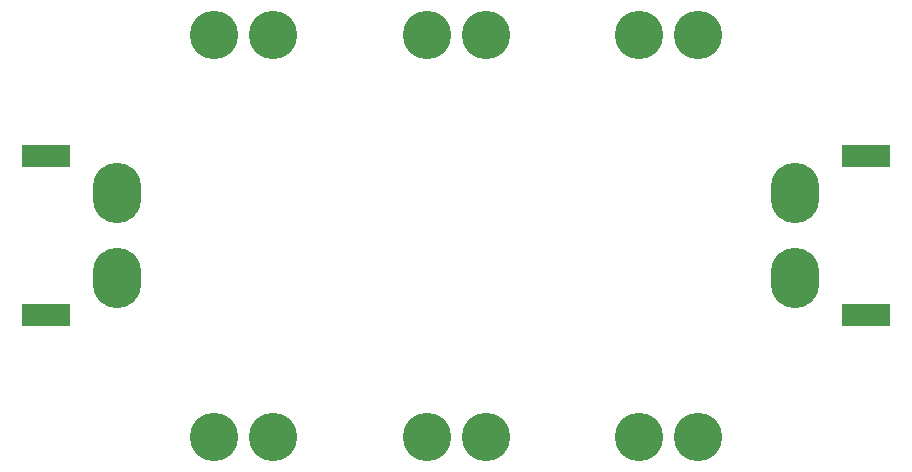
<source format=gbs>
G04*
G04 #@! TF.GenerationSoftware,Altium Limited,Altium Designer,20.0.2 (26)*
G04*
G04 Layer_Color=16711935*
%FSLAX25Y25*%
%MOIN*%
G70*
G01*
G75*
%ADD26R,0.16142X0.07284*%
%ADD27O,0.16142X0.20079*%
%ADD28C,0.16142*%
D26*
X550000Y190000D02*
D03*
Y243150D02*
D03*
X276600D02*
D03*
Y190000D02*
D03*
D27*
X526378Y202402D02*
D03*
Y230748D02*
D03*
X300222D02*
D03*
Y202402D02*
D03*
D28*
X494095Y283465D02*
D03*
X474409D02*
D03*
X423228Y283500D02*
D03*
X403543D02*
D03*
X352362Y283465D02*
D03*
X332677D02*
D03*
X474409Y149606D02*
D03*
X494095D02*
D03*
X403543D02*
D03*
X423228D02*
D03*
X332677D02*
D03*
X352362D02*
D03*
M02*

</source>
